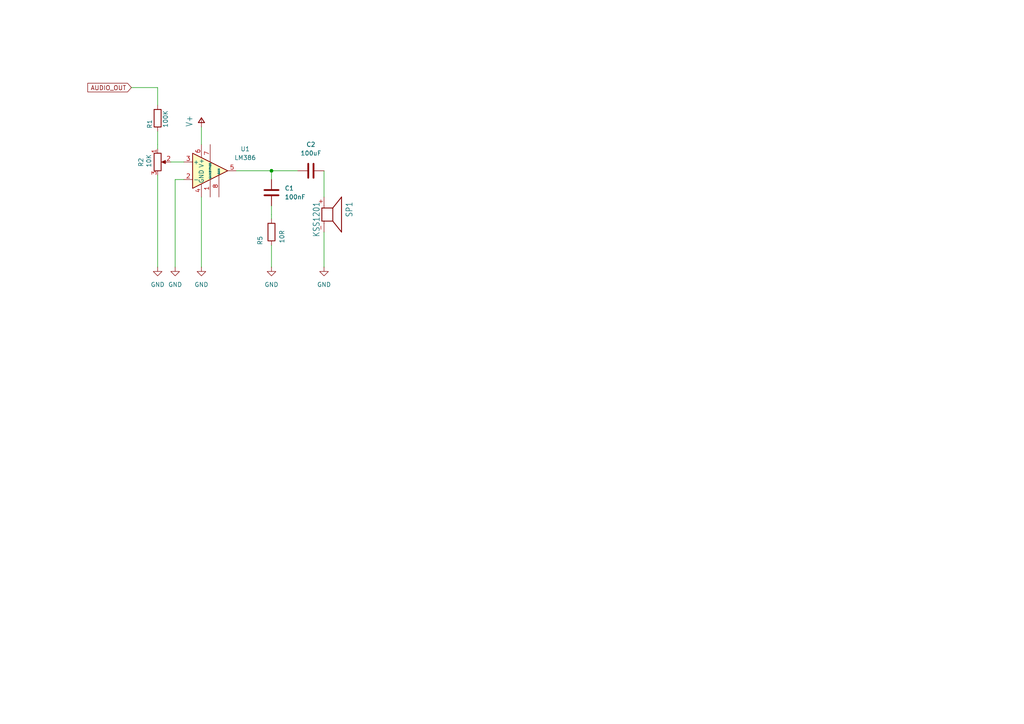
<source format=kicad_sch>
(kicad_sch
	(version 20231120)
	(generator "eeschema")
	(generator_version "8.0")
	(uuid "56bfb45e-4236-47bd-9428-412c89418368")
	(paper "A4")
	(lib_symbols
		(symbol "Amplifier_Audio:LM386"
			(pin_names
				(offset 0.127)
			)
			(exclude_from_sim no)
			(in_bom yes)
			(on_board yes)
			(property "Reference" "U"
				(at 1.27 7.62 0)
				(effects
					(font
						(size 1.27 1.27)
					)
					(justify left)
				)
			)
			(property "Value" "LM386"
				(at 1.27 5.08 0)
				(effects
					(font
						(size 1.27 1.27)
					)
					(justify left)
				)
			)
			(property "Footprint" ""
				(at 2.54 2.54 0)
				(effects
					(font
						(size 1.27 1.27)
					)
					(hide yes)
				)
			)
			(property "Datasheet" "http://www.ti.com/lit/ds/symlink/lm386.pdf"
				(at 5.08 5.08 0)
				(effects
					(font
						(size 1.27 1.27)
					)
					(hide yes)
				)
			)
			(property "Description" "Low Voltage Audio Power Amplifier, DIP-8/SOIC-8/SSOP-8"
				(at 0 0 0)
				(effects
					(font
						(size 1.27 1.27)
					)
					(hide yes)
				)
			)
			(property "ki_keywords" "single Power opamp"
				(at 0 0 0)
				(effects
					(font
						(size 1.27 1.27)
					)
					(hide yes)
				)
			)
			(property "ki_fp_filters" "SOIC*3.9x4.9mm*P1.27mm* DIP*W7.62mm* MSSOP*P0.65mm* TSSOP*3x3mm*P0.5mm*"
				(at 0 0 0)
				(effects
					(font
						(size 1.27 1.27)
					)
					(hide yes)
				)
			)
			(symbol "LM386_0_1"
				(polyline
					(pts
						(xy 5.08 0) (xy -5.08 5.08) (xy -5.08 -5.08) (xy 5.08 0)
					)
					(stroke
						(width 0.254)
						(type default)
					)
					(fill
						(type background)
					)
				)
			)
			(symbol "LM386_1_1"
				(pin input line
					(at 0 -7.62 90)
					(length 5.08)
					(name "GAIN"
						(effects
							(font
								(size 0.508 0.508)
							)
						)
					)
					(number "1"
						(effects
							(font
								(size 1.27 1.27)
							)
						)
					)
				)
				(pin input line
					(at -7.62 -2.54 0)
					(length 2.54)
					(name "-"
						(effects
							(font
								(size 1.27 1.27)
							)
						)
					)
					(number "2"
						(effects
							(font
								(size 1.27 1.27)
							)
						)
					)
				)
				(pin input line
					(at -7.62 2.54 0)
					(length 2.54)
					(name "+"
						(effects
							(font
								(size 1.27 1.27)
							)
						)
					)
					(number "3"
						(effects
							(font
								(size 1.27 1.27)
							)
						)
					)
				)
				(pin power_in line
					(at -2.54 -7.62 90)
					(length 3.81)
					(name "GND"
						(effects
							(font
								(size 1.27 1.27)
							)
						)
					)
					(number "4"
						(effects
							(font
								(size 1.27 1.27)
							)
						)
					)
				)
				(pin output line
					(at 7.62 0 180)
					(length 2.54)
					(name "~"
						(effects
							(font
								(size 1.27 1.27)
							)
						)
					)
					(number "5"
						(effects
							(font
								(size 1.27 1.27)
							)
						)
					)
				)
				(pin power_in line
					(at -2.54 7.62 270)
					(length 3.81)
					(name "V+"
						(effects
							(font
								(size 1.27 1.27)
							)
						)
					)
					(number "6"
						(effects
							(font
								(size 1.27 1.27)
							)
						)
					)
				)
				(pin input line
					(at 0 7.62 270)
					(length 5.08)
					(name "BYPASS"
						(effects
							(font
								(size 0.508 0.508)
							)
						)
					)
					(number "7"
						(effects
							(font
								(size 1.27 1.27)
							)
						)
					)
				)
				(pin input line
					(at 2.54 -7.62 90)
					(length 6.35)
					(name "GAIN"
						(effects
							(font
								(size 0.508 0.508)
							)
						)
					)
					(number "8"
						(effects
							(font
								(size 1.27 1.27)
							)
						)
					)
				)
			)
		)
		(symbol "Device:C"
			(pin_numbers hide)
			(pin_names
				(offset 0.254)
			)
			(exclude_from_sim no)
			(in_bom yes)
			(on_board yes)
			(property "Reference" "C"
				(at 0.635 2.54 0)
				(effects
					(font
						(size 1.27 1.27)
					)
					(justify left)
				)
			)
			(property "Value" "C"
				(at 0.635 -2.54 0)
				(effects
					(font
						(size 1.27 1.27)
					)
					(justify left)
				)
			)
			(property "Footprint" ""
				(at 0.9652 -3.81 0)
				(effects
					(font
						(size 1.27 1.27)
					)
					(hide yes)
				)
			)
			(property "Datasheet" "~"
				(at 0 0 0)
				(effects
					(font
						(size 1.27 1.27)
					)
					(hide yes)
				)
			)
			(property "Description" "Unpolarized capacitor"
				(at 0 0 0)
				(effects
					(font
						(size 1.27 1.27)
					)
					(hide yes)
				)
			)
			(property "ki_keywords" "cap capacitor"
				(at 0 0 0)
				(effects
					(font
						(size 1.27 1.27)
					)
					(hide yes)
				)
			)
			(property "ki_fp_filters" "C_*"
				(at 0 0 0)
				(effects
					(font
						(size 1.27 1.27)
					)
					(hide yes)
				)
			)
			(symbol "C_0_1"
				(polyline
					(pts
						(xy -2.032 -0.762) (xy 2.032 -0.762)
					)
					(stroke
						(width 0.508)
						(type default)
					)
					(fill
						(type none)
					)
				)
				(polyline
					(pts
						(xy -2.032 0.762) (xy 2.032 0.762)
					)
					(stroke
						(width 0.508)
						(type default)
					)
					(fill
						(type none)
					)
				)
			)
			(symbol "C_1_1"
				(pin passive line
					(at 0 3.81 270)
					(length 2.794)
					(name "~"
						(effects
							(font
								(size 1.27 1.27)
							)
						)
					)
					(number "1"
						(effects
							(font
								(size 1.27 1.27)
							)
						)
					)
				)
				(pin passive line
					(at 0 -3.81 90)
					(length 2.794)
					(name "~"
						(effects
							(font
								(size 1.27 1.27)
							)
						)
					)
					(number "2"
						(effects
							(font
								(size 1.27 1.27)
							)
						)
					)
				)
			)
		)
		(symbol "Device:R"
			(pin_numbers hide)
			(pin_names
				(offset 0)
			)
			(exclude_from_sim no)
			(in_bom yes)
			(on_board yes)
			(property "Reference" "R"
				(at 2.032 0 90)
				(effects
					(font
						(size 1.27 1.27)
					)
				)
			)
			(property "Value" "R"
				(at 0 0 90)
				(effects
					(font
						(size 1.27 1.27)
					)
				)
			)
			(property "Footprint" ""
				(at -1.778 0 90)
				(effects
					(font
						(size 1.27 1.27)
					)
					(hide yes)
				)
			)
			(property "Datasheet" "~"
				(at 0 0 0)
				(effects
					(font
						(size 1.27 1.27)
					)
					(hide yes)
				)
			)
			(property "Description" "Resistor"
				(at 0 0 0)
				(effects
					(font
						(size 1.27 1.27)
					)
					(hide yes)
				)
			)
			(property "ki_keywords" "R res resistor"
				(at 0 0 0)
				(effects
					(font
						(size 1.27 1.27)
					)
					(hide yes)
				)
			)
			(property "ki_fp_filters" "R_*"
				(at 0 0 0)
				(effects
					(font
						(size 1.27 1.27)
					)
					(hide yes)
				)
			)
			(symbol "R_0_1"
				(rectangle
					(start -1.016 -2.54)
					(end 1.016 2.54)
					(stroke
						(width 0.254)
						(type default)
					)
					(fill
						(type none)
					)
				)
			)
			(symbol "R_1_1"
				(pin passive line
					(at 0 3.81 270)
					(length 1.27)
					(name "~"
						(effects
							(font
								(size 1.27 1.27)
							)
						)
					)
					(number "1"
						(effects
							(font
								(size 1.27 1.27)
							)
						)
					)
				)
				(pin passive line
					(at 0 -3.81 90)
					(length 1.27)
					(name "~"
						(effects
							(font
								(size 1.27 1.27)
							)
						)
					)
					(number "2"
						(effects
							(font
								(size 1.27 1.27)
							)
						)
					)
				)
			)
		)
		(symbol "Device:R_Potentiometer"
			(pin_names
				(offset 1.016) hide)
			(exclude_from_sim no)
			(in_bom yes)
			(on_board yes)
			(property "Reference" "RV"
				(at -4.445 0 90)
				(effects
					(font
						(size 1.27 1.27)
					)
				)
			)
			(property "Value" "R_Potentiometer"
				(at -2.54 0 90)
				(effects
					(font
						(size 1.27 1.27)
					)
				)
			)
			(property "Footprint" ""
				(at 0 0 0)
				(effects
					(font
						(size 1.27 1.27)
					)
					(hide yes)
				)
			)
			(property "Datasheet" "~"
				(at 0 0 0)
				(effects
					(font
						(size 1.27 1.27)
					)
					(hide yes)
				)
			)
			(property "Description" "Potentiometer"
				(at 0 0 0)
				(effects
					(font
						(size 1.27 1.27)
					)
					(hide yes)
				)
			)
			(property "ki_keywords" "resistor variable"
				(at 0 0 0)
				(effects
					(font
						(size 1.27 1.27)
					)
					(hide yes)
				)
			)
			(property "ki_fp_filters" "Potentiometer*"
				(at 0 0 0)
				(effects
					(font
						(size 1.27 1.27)
					)
					(hide yes)
				)
			)
			(symbol "R_Potentiometer_0_1"
				(polyline
					(pts
						(xy 2.54 0) (xy 1.524 0)
					)
					(stroke
						(width 0)
						(type default)
					)
					(fill
						(type none)
					)
				)
				(polyline
					(pts
						(xy 1.143 0) (xy 2.286 0.508) (xy 2.286 -0.508) (xy 1.143 0)
					)
					(stroke
						(width 0)
						(type default)
					)
					(fill
						(type outline)
					)
				)
				(rectangle
					(start 1.016 2.54)
					(end -1.016 -2.54)
					(stroke
						(width 0.254)
						(type default)
					)
					(fill
						(type none)
					)
				)
			)
			(symbol "R_Potentiometer_1_1"
				(pin passive line
					(at 0 3.81 270)
					(length 1.27)
					(name "1"
						(effects
							(font
								(size 1.27 1.27)
							)
						)
					)
					(number "1"
						(effects
							(font
								(size 1.27 1.27)
							)
						)
					)
				)
				(pin passive line
					(at 3.81 0 180)
					(length 1.27)
					(name "2"
						(effects
							(font
								(size 1.27 1.27)
							)
						)
					)
					(number "2"
						(effects
							(font
								(size 1.27 1.27)
							)
						)
					)
				)
				(pin passive line
					(at 0 -3.81 90)
					(length 1.27)
					(name "3"
						(effects
							(font
								(size 1.27 1.27)
							)
						)
					)
					(number "3"
						(effects
							(font
								(size 1.27 1.27)
							)
						)
					)
				)
			)
		)
		(symbol "deadlock-reader-eagle-import:KSS1201"
			(exclude_from_sim no)
			(in_bom yes)
			(on_board yes)
			(property "Reference" "SP"
				(at -3.81 6.35 0)
				(effects
					(font
						(size 1.778 1.5113)
					)
					(justify left bottom)
				)
			)
			(property "Value" ""
				(at -3.81 -3.175 0)
				(effects
					(font
						(size 1.778 1.5113)
					)
					(justify left bottom)
				)
			)
			(property "Footprint" "deadlock-reader:KSS1201"
				(at 0 0 0)
				(effects
					(font
						(size 1.27 1.27)
					)
					(hide yes)
				)
			)
			(property "Datasheet" ""
				(at 0 0 0)
				(effects
					(font
						(size 1.27 1.27)
					)
					(hide yes)
				)
			)
			(property "Description" "SPEAKER\n\nSource: Schukat"
				(at 0 0 0)
				(effects
					(font
						(size 1.27 1.27)
					)
					(hide yes)
				)
			)
			(property "ki_locked" ""
				(at 0 0 0)
				(effects
					(font
						(size 1.27 1.27)
					)
				)
			)
			(symbol "KSS1201_1_0"
				(polyline
					(pts
						(xy -2.54 0) (xy -1.905 0)
					)
					(stroke
						(width 0.1524)
						(type solid)
					)
					(fill
						(type none)
					)
				)
				(polyline
					(pts
						(xy -1.905 -0.635) (xy -1.905 0)
					)
					(stroke
						(width 0.254)
						(type solid)
					)
					(fill
						(type none)
					)
				)
				(polyline
					(pts
						(xy -1.905 -0.635) (xy 1.905 -0.635)
					)
					(stroke
						(width 0.254)
						(type solid)
					)
					(fill
						(type none)
					)
				)
				(polyline
					(pts
						(xy -1.905 0) (xy -1.905 2.54)
					)
					(stroke
						(width 0.254)
						(type solid)
					)
					(fill
						(type none)
					)
				)
				(polyline
					(pts
						(xy -1.905 2.54) (xy -5.08 5.08)
					)
					(stroke
						(width 0.254)
						(type solid)
					)
					(fill
						(type none)
					)
				)
				(polyline
					(pts
						(xy 1.905 -0.635) (xy 1.905 0)
					)
					(stroke
						(width 0.254)
						(type solid)
					)
					(fill
						(type none)
					)
				)
				(polyline
					(pts
						(xy 1.905 0) (xy 1.905 2.54)
					)
					(stroke
						(width 0.254)
						(type solid)
					)
					(fill
						(type none)
					)
				)
				(polyline
					(pts
						(xy 1.905 2.54) (xy -1.905 2.54)
					)
					(stroke
						(width 0.254)
						(type solid)
					)
					(fill
						(type none)
					)
				)
				(polyline
					(pts
						(xy 1.905 2.54) (xy 5.08 5.08)
					)
					(stroke
						(width 0.254)
						(type solid)
					)
					(fill
						(type none)
					)
				)
				(polyline
					(pts
						(xy 2.54 0) (xy 1.905 0)
					)
					(stroke
						(width 0.1524)
						(type solid)
					)
					(fill
						(type none)
					)
				)
				(polyline
					(pts
						(xy 5.08 5.08) (xy -5.08 5.08)
					)
					(stroke
						(width 0.254)
						(type solid)
					)
					(fill
						(type none)
					)
				)
				(pin passive line
					(at -5.08 0 0)
					(length 2.54)
					(name "1"
						(effects
							(font
								(size 0 0)
							)
						)
					)
					(number "+"
						(effects
							(font
								(size 1.27 1.27)
							)
						)
					)
				)
				(pin passive line
					(at 5.08 0 180)
					(length 2.54)
					(name "2"
						(effects
							(font
								(size 0 0)
							)
						)
					)
					(number "-"
						(effects
							(font
								(size 1.27 1.27)
							)
						)
					)
				)
			)
		)
		(symbol "deadlock-reader-eagle-import:V+"
			(power)
			(exclude_from_sim no)
			(in_bom yes)
			(on_board yes)
			(property "Reference" "#P+"
				(at 0 0 0)
				(effects
					(font
						(size 1.27 1.27)
					)
					(hide yes)
				)
			)
			(property "Value" ""
				(at -2.54 -2.54 90)
				(effects
					(font
						(size 1.778 1.5113)
					)
					(justify left bottom)
				)
			)
			(property "Footprint" ""
				(at 0 0 0)
				(effects
					(font
						(size 1.27 1.27)
					)
					(hide yes)
				)
			)
			(property "Datasheet" ""
				(at 0 0 0)
				(effects
					(font
						(size 1.27 1.27)
					)
					(hide yes)
				)
			)
			(property "Description" "SUPPLY SYMBOL"
				(at 0 0 0)
				(effects
					(font
						(size 1.27 1.27)
					)
					(hide yes)
				)
			)
			(property "ki_locked" ""
				(at 0 0 0)
				(effects
					(font
						(size 1.27 1.27)
					)
				)
			)
			(symbol "V+_1_0"
				(polyline
					(pts
						(xy -0.889 -1.27) (xy 0.889 -1.27)
					)
					(stroke
						(width 0.254)
						(type solid)
					)
					(fill
						(type none)
					)
				)
				(polyline
					(pts
						(xy 0 0.127) (xy -0.889 -1.27)
					)
					(stroke
						(width 0.254)
						(type solid)
					)
					(fill
						(type none)
					)
				)
				(polyline
					(pts
						(xy 0.889 -1.27) (xy 0 0.127)
					)
					(stroke
						(width 0.254)
						(type solid)
					)
					(fill
						(type none)
					)
				)
				(pin power_in line
					(at 0 -2.54 90)
					(length 2.54)
					(name "V+"
						(effects
							(font
								(size 0 0)
							)
						)
					)
					(number "1"
						(effects
							(font
								(size 0 0)
							)
						)
					)
				)
			)
		)
		(symbol "power:GND"
			(power)
			(pin_numbers hide)
			(pin_names
				(offset 0) hide)
			(exclude_from_sim no)
			(in_bom yes)
			(on_board yes)
			(property "Reference" "#PWR"
				(at 0 -6.35 0)
				(effects
					(font
						(size 1.27 1.27)
					)
					(hide yes)
				)
			)
			(property "Value" "GND"
				(at 0 -3.81 0)
				(effects
					(font
						(size 1.27 1.27)
					)
				)
			)
			(property "Footprint" ""
				(at 0 0 0)
				(effects
					(font
						(size 1.27 1.27)
					)
					(hide yes)
				)
			)
			(property "Datasheet" ""
				(at 0 0 0)
				(effects
					(font
						(size 1.27 1.27)
					)
					(hide yes)
				)
			)
			(property "Description" "Power symbol creates a global label with name \"GND\" , ground"
				(at 0 0 0)
				(effects
					(font
						(size 1.27 1.27)
					)
					(hide yes)
				)
			)
			(property "ki_keywords" "global power"
				(at 0 0 0)
				(effects
					(font
						(size 1.27 1.27)
					)
					(hide yes)
				)
			)
			(symbol "GND_0_1"
				(polyline
					(pts
						(xy 0 0) (xy 0 -1.27) (xy 1.27 -1.27) (xy 0 -2.54) (xy -1.27 -1.27) (xy 0 -1.27)
					)
					(stroke
						(width 0)
						(type default)
					)
					(fill
						(type none)
					)
				)
			)
			(symbol "GND_1_1"
				(pin power_in line
					(at 0 0 270)
					(length 0)
					(name "~"
						(effects
							(font
								(size 1.27 1.27)
							)
						)
					)
					(number "1"
						(effects
							(font
								(size 1.27 1.27)
							)
						)
					)
				)
			)
		)
	)
	(junction
		(at 78.74 49.53)
		(diameter 0)
		(color 0 0 0 0)
		(uuid "eb71988b-bfdb-46d1-ba99-a416017f0e46")
	)
	(wire
		(pts
			(xy 45.72 50.8) (xy 45.72 77.47)
		)
		(stroke
			(width 0.1524)
			(type solid)
		)
		(uuid "104a9a70-8b95-49b1-bb11-78d22294317b")
	)
	(wire
		(pts
			(xy 78.74 52.07) (xy 78.74 49.53)
		)
		(stroke
			(width 0.1524)
			(type solid)
		)
		(uuid "4415b689-677a-4dbc-8d29-cbd0e4342080")
	)
	(wire
		(pts
			(xy 49.53 46.99) (xy 53.34 46.99)
		)
		(stroke
			(width 0.1524)
			(type solid)
		)
		(uuid "501b533a-d5f1-4edc-89ab-ff68356207d2")
	)
	(wire
		(pts
			(xy 58.42 36.83) (xy 58.42 41.91)
		)
		(stroke
			(width 0.1524)
			(type solid)
		)
		(uuid "56973b07-4cc7-45c1-8833-82372e0307e3")
	)
	(wire
		(pts
			(xy 53.34 52.07) (xy 50.8 52.07)
		)
		(stroke
			(width 0.1524)
			(type solid)
		)
		(uuid "7da9de0f-bcef-4c80-ba04-e1e12278ad11")
	)
	(wire
		(pts
			(xy 45.72 25.4) (xy 45.72 30.48)
		)
		(stroke
			(width 0)
			(type default)
		)
		(uuid "84a59a24-0331-48cf-bbc6-28edd889f14b")
	)
	(wire
		(pts
			(xy 78.74 49.53) (xy 86.36 49.53)
		)
		(stroke
			(width 0.1524)
			(type solid)
		)
		(uuid "8904b299-ccd1-4803-8f5d-809f98312ccd")
	)
	(wire
		(pts
			(xy 45.72 25.4) (xy 38.1 25.4)
		)
		(stroke
			(width 0)
			(type default)
		)
		(uuid "9aa0ce06-aa84-441f-99f2-8c4767dbf603")
	)
	(wire
		(pts
			(xy 78.74 62.23) (xy 78.74 63.5)
		)
		(stroke
			(width 0)
			(type default)
		)
		(uuid "b36c2b7e-d6e7-41b2-b33a-c769d53dc13e")
	)
	(wire
		(pts
			(xy 58.42 57.15) (xy 58.42 77.47)
		)
		(stroke
			(width 0.1524)
			(type solid)
		)
		(uuid "bdff6ed2-c5ae-42b7-9d3f-cc8fe47b2eff")
	)
	(wire
		(pts
			(xy 50.8 52.07) (xy 50.8 77.47)
		)
		(stroke
			(width 0.1524)
			(type solid)
		)
		(uuid "bef07fae-bcad-4479-b176-13e821c66300")
	)
	(wire
		(pts
			(xy 45.72 41.91) (xy 45.72 43.18)
		)
		(stroke
			(width 0)
			(type default)
		)
		(uuid "bfad375e-8357-4b15-8c4a-1f12cb1d1e47")
	)
	(wire
		(pts
			(xy 78.74 71.12) (xy 78.74 77.47)
		)
		(stroke
			(width 0.1524)
			(type solid)
		)
		(uuid "bfda556a-f0eb-4f6f-b609-c0aae29ebf5e")
	)
	(wire
		(pts
			(xy 93.98 49.53) (xy 93.98 57.15)
		)
		(stroke
			(width 0.1524)
			(type solid)
		)
		(uuid "c14ad41c-750c-44b2-9524-75a9f84ecb6c")
	)
	(wire
		(pts
			(xy 68.58 49.53) (xy 78.74 49.53)
		)
		(stroke
			(width 0.1524)
			(type solid)
		)
		(uuid "c4cb4c08-09be-4a72-b6a4-03d6f3b880d8")
	)
	(wire
		(pts
			(xy 93.98 67.31) (xy 93.98 77.47)
		)
		(stroke
			(width 0.1524)
			(type solid)
		)
		(uuid "d952f5c2-38ee-4430-8dc5-ac827efd3706")
	)
	(wire
		(pts
			(xy 78.74 59.69) (xy 78.74 62.23)
		)
		(stroke
			(width 0.1524)
			(type solid)
		)
		(uuid "dde47fd0-bbd2-4797-b46c-212d36d844f5")
	)
	(wire
		(pts
			(xy 45.72 38.1) (xy 45.72 41.91)
		)
		(stroke
			(width 0.1524)
			(type solid)
		)
		(uuid "ec5667fd-c10d-4875-9bb5-40b978d14aad")
	)
	(global_label "AUDIO_OUT"
		(shape input)
		(at 38.1 25.4 180)
		(fields_autoplaced yes)
		(effects
			(font
				(size 1.27 1.27)
			)
			(justify right)
		)
		(uuid "08234890-0a7e-4298-939c-efc94e24f0df")
		(property "Intersheetrefs" "${INTERSHEET_REFS}"
			(at 24.8942 25.4 0)
			(effects
				(font
					(size 1.27 1.27)
				)
				(justify right)
				(hide yes)
			)
		)
	)
	(symbol
		(lib_id "Amplifier_Audio:LM386")
		(at 60.96 49.53 0)
		(unit 1)
		(exclude_from_sim no)
		(in_bom yes)
		(on_board yes)
		(dnp no)
		(uuid "04ca6605-0e36-4159-b51b-a2f51b359945")
		(property "Reference" "U1"
			(at 71.12 43.2114 0)
			(effects
				(font
					(size 1.27 1.27)
				)
			)
		)
		(property "Value" "LM386"
			(at 71.12 45.7514 0)
			(effects
				(font
					(size 1.27 1.27)
				)
			)
		)
		(property "Footprint" ""
			(at 63.5 46.99 0)
			(effects
				(font
					(size 1.27 1.27)
				)
				(hide yes)
			)
		)
		(property "Datasheet" "http://www.ti.com/lit/ds/symlink/lm386.pdf"
			(at 66.04 44.45 0)
			(effects
				(font
					(size 1.27 1.27)
				)
				(hide yes)
			)
		)
		(property "Description" "Low Voltage Audio Power Amplifier, DIP-8/SOIC-8/SSOP-8"
			(at 60.96 49.53 0)
			(effects
				(font
					(size 1.27 1.27)
				)
				(hide yes)
			)
		)
		(pin "4"
			(uuid "d217d912-fc8e-442f-9283-0e4495841700")
		)
		(pin "3"
			(uuid "2a8111a2-37a5-4d96-aad4-d6abc7342735")
		)
		(pin "2"
			(uuid "222b3e7a-c8c7-4b77-bf2a-8aa696aad05c")
		)
		(pin "6"
			(uuid "824cea59-7a22-4aa0-b8f4-08e0664c6d72")
		)
		(pin "7"
			(uuid "22e604bf-1851-40b5-8617-4028f28a7bef")
		)
		(pin "5"
			(uuid "2ed01da1-186b-4261-a0ff-008677288c75")
		)
		(pin "8"
			(uuid "9e550bc1-44e2-4552-b952-d6605522d9ac")
		)
		(pin "1"
			(uuid "075ff68e-5e16-4d7b-968e-49390fffec4c")
		)
		(instances
			(project "audio_amplifier"
				(path "/56bfb45e-4236-47bd-9428-412c89418368"
					(reference "U1")
					(unit 1)
				)
			)
		)
	)
	(symbol
		(lib_id "deadlock-reader-eagle-import:V+")
		(at 58.42 34.29 0)
		(unit 1)
		(exclude_from_sim no)
		(in_bom yes)
		(on_board yes)
		(dnp no)
		(uuid "078a26ff-9c9a-4c39-9e6c-ad6430ffb380")
		(property "Reference" "#P+01"
			(at 58.42 34.29 0)
			(effects
				(font
					(size 1.27 1.27)
				)
				(hide yes)
			)
		)
		(property "Value" "V+"
			(at 55.88 36.83 90)
			(effects
				(font
					(size 1.778 1.5113)
				)
				(justify left bottom)
			)
		)
		(property "Footprint" ""
			(at 58.42 34.29 0)
			(effects
				(font
					(size 1.27 1.27)
				)
				(hide yes)
			)
		)
		(property "Datasheet" ""
			(at 58.42 34.29 0)
			(effects
				(font
					(size 1.27 1.27)
				)
				(hide yes)
			)
		)
		(property "Description" ""
			(at 58.42 34.29 0)
			(effects
				(font
					(size 1.27 1.27)
				)
				(hide yes)
			)
		)
		(pin "1"
			(uuid "90125772-2a62-4dcf-ad9c-c52fa0d62a81")
		)
		(instances
			(project "audio_amplifier"
				(path "/56bfb45e-4236-47bd-9428-412c89418368"
					(reference "#P+01")
					(unit 1)
				)
			)
		)
	)
	(symbol
		(lib_id "Device:R")
		(at 78.74 67.31 0)
		(unit 1)
		(exclude_from_sim no)
		(in_bom yes)
		(on_board yes)
		(dnp no)
		(uuid "17afaa77-a08c-4fdd-a69a-5233a0390afb")
		(property "Reference" "R5"
			(at 75.438 71.12 90)
			(effects
				(font
					(size 1.27 1.27)
				)
				(justify left)
			)
		)
		(property "Value" "10R"
			(at 81.788 70.612 90)
			(effects
				(font
					(size 1.27 1.27)
				)
				(justify left)
			)
		)
		(property "Footprint" ""
			(at 76.962 67.31 90)
			(effects
				(font
					(size 1.27 1.27)
				)
				(hide yes)
			)
		)
		(property "Datasheet" "~"
			(at 78.74 67.31 0)
			(effects
				(font
					(size 1.27 1.27)
				)
				(hide yes)
			)
		)
		(property "Description" "Resistor"
			(at 78.74 67.31 0)
			(effects
				(font
					(size 1.27 1.27)
				)
				(hide yes)
			)
		)
		(pin "1"
			(uuid "7c0e85bb-7ac7-47ae-aa68-297ed3e90c3e")
		)
		(pin "2"
			(uuid "efa6b514-85c2-4dcd-94be-a3d71d54aa52")
		)
		(instances
			(project "audio_amplifier"
				(path "/56bfb45e-4236-47bd-9428-412c89418368"
					(reference "R5")
					(unit 1)
				)
			)
		)
	)
	(symbol
		(lib_id "Device:C")
		(at 78.74 55.88 0)
		(unit 1)
		(exclude_from_sim no)
		(in_bom yes)
		(on_board yes)
		(dnp no)
		(fields_autoplaced yes)
		(uuid "2ec44097-ff3d-4e9c-87cd-b06c5fdae2d1")
		(property "Reference" "C1"
			(at 82.55 54.6099 0)
			(effects
				(font
					(size 1.27 1.27)
				)
				(justify left)
			)
		)
		(property "Value" "100nF"
			(at 82.55 57.1499 0)
			(effects
				(font
					(size 1.27 1.27)
				)
				(justify left)
			)
		)
		(property "Footprint" ""
			(at 79.7052 59.69 0)
			(effects
				(font
					(size 1.27 1.27)
				)
				(hide yes)
			)
		)
		(property "Datasheet" "~"
			(at 78.74 55.88 0)
			(effects
				(font
					(size 1.27 1.27)
				)
				(hide yes)
			)
		)
		(property "Description" "Unpolarized capacitor"
			(at 78.74 55.88 0)
			(effects
				(font
					(size 1.27 1.27)
				)
				(hide yes)
			)
		)
		(pin "2"
			(uuid "d70998d0-c0cf-4d1a-a66a-43e729b52fc3")
		)
		(pin "1"
			(uuid "7af02936-ede9-421e-8528-09fb262a0fe9")
		)
		(instances
			(project "audio_amplifier"
				(path "/56bfb45e-4236-47bd-9428-412c89418368"
					(reference "C1")
					(unit 1)
				)
			)
		)
	)
	(symbol
		(lib_id "power:GND")
		(at 58.42 77.47 0)
		(unit 1)
		(exclude_from_sim no)
		(in_bom yes)
		(on_board yes)
		(dnp no)
		(fields_autoplaced yes)
		(uuid "334e906d-1326-4eb0-a527-00c2a8d4a121")
		(property "Reference" "#PWR03"
			(at 58.42 83.82 0)
			(effects
				(font
					(size 1.27 1.27)
				)
				(hide yes)
			)
		)
		(property "Value" "GND"
			(at 58.42 82.55 0)
			(effects
				(font
					(size 1.27 1.27)
				)
			)
		)
		(property "Footprint" ""
			(at 58.42 77.47 0)
			(effects
				(font
					(size 1.27 1.27)
				)
				(hide yes)
			)
		)
		(property "Datasheet" ""
			(at 58.42 77.47 0)
			(effects
				(font
					(size 1.27 1.27)
				)
				(hide yes)
			)
		)
		(property "Description" "Power symbol creates a global label with name \"GND\" , ground"
			(at 58.42 77.47 0)
			(effects
				(font
					(size 1.27 1.27)
				)
				(hide yes)
			)
		)
		(pin "1"
			(uuid "18dc8833-763c-4eda-9248-682a24a6eef6")
		)
		(instances
			(project "audio_amplifier"
				(path "/56bfb45e-4236-47bd-9428-412c89418368"
					(reference "#PWR03")
					(unit 1)
				)
			)
		)
	)
	(symbol
		(lib_id "Device:C")
		(at 90.17 49.53 90)
		(unit 1)
		(exclude_from_sim no)
		(in_bom yes)
		(on_board yes)
		(dnp no)
		(fields_autoplaced yes)
		(uuid "3747d14f-fd20-4fab-b32a-7bb7f33be21c")
		(property "Reference" "C2"
			(at 90.17 41.91 90)
			(effects
				(font
					(size 1.27 1.27)
				)
			)
		)
		(property "Value" "100uF"
			(at 90.17 44.45 90)
			(effects
				(font
					(size 1.27 1.27)
				)
			)
		)
		(property "Footprint" ""
			(at 93.98 48.5648 0)
			(effects
				(font
					(size 1.27 1.27)
				)
				(hide yes)
			)
		)
		(property "Datasheet" "~"
			(at 90.17 49.53 0)
			(effects
				(font
					(size 1.27 1.27)
				)
				(hide yes)
			)
		)
		(property "Description" "Unpolarized capacitor"
			(at 90.17 49.53 0)
			(effects
				(font
					(size 1.27 1.27)
				)
				(hide yes)
			)
		)
		(pin "2"
			(uuid "0b82455f-b608-4086-8933-5c16a5191678")
		)
		(pin "1"
			(uuid "7b3ec574-9414-4fb6-95c8-f95aea957bc3")
		)
		(instances
			(project "audio_amplifier"
				(path "/56bfb45e-4236-47bd-9428-412c89418368"
					(reference "C2")
					(unit 1)
				)
			)
		)
	)
	(symbol
		(lib_id "power:GND")
		(at 45.72 77.47 0)
		(unit 1)
		(exclude_from_sim no)
		(in_bom yes)
		(on_board yes)
		(dnp no)
		(fields_autoplaced yes)
		(uuid "5842d90b-ca42-4aec-b8aa-6cecca46fdee")
		(property "Reference" "#PWR01"
			(at 45.72 83.82 0)
			(effects
				(font
					(size 1.27 1.27)
				)
				(hide yes)
			)
		)
		(property "Value" "GND"
			(at 45.72 82.55 0)
			(effects
				(font
					(size 1.27 1.27)
				)
			)
		)
		(property "Footprint" ""
			(at 45.72 77.47 0)
			(effects
				(font
					(size 1.27 1.27)
				)
				(hide yes)
			)
		)
		(property "Datasheet" ""
			(at 45.72 77.47 0)
			(effects
				(font
					(size 1.27 1.27)
				)
				(hide yes)
			)
		)
		(property "Description" "Power symbol creates a global label with name \"GND\" , ground"
			(at 45.72 77.47 0)
			(effects
				(font
					(size 1.27 1.27)
				)
				(hide yes)
			)
		)
		(pin "1"
			(uuid "45e112f1-6c3e-46e1-9d02-e765f0e53c66")
		)
		(instances
			(project "audio_amplifier"
				(path "/56bfb45e-4236-47bd-9428-412c89418368"
					(reference "#PWR01")
					(unit 1)
				)
			)
		)
	)
	(symbol
		(lib_id "power:GND")
		(at 50.8 77.47 0)
		(unit 1)
		(exclude_from_sim no)
		(in_bom yes)
		(on_board yes)
		(dnp no)
		(fields_autoplaced yes)
		(uuid "6df1afbc-c535-4b03-b56e-28c73644fd82")
		(property "Reference" "#PWR02"
			(at 50.8 83.82 0)
			(effects
				(font
					(size 1.27 1.27)
				)
				(hide yes)
			)
		)
		(property "Value" "GND"
			(at 50.8 82.55 0)
			(effects
				(font
					(size 1.27 1.27)
				)
			)
		)
		(property "Footprint" ""
			(at 50.8 77.47 0)
			(effects
				(font
					(size 1.27 1.27)
				)
				(hide yes)
			)
		)
		(property "Datasheet" ""
			(at 50.8 77.47 0)
			(effects
				(font
					(size 1.27 1.27)
				)
				(hide yes)
			)
		)
		(property "Description" "Power symbol creates a global label with name \"GND\" , ground"
			(at 50.8 77.47 0)
			(effects
				(font
					(size 1.27 1.27)
				)
				(hide yes)
			)
		)
		(pin "1"
			(uuid "dcaafffc-d30e-4168-b130-122f1fd1f7be")
		)
		(instances
			(project "audio_amplifier"
				(path "/56bfb45e-4236-47bd-9428-412c89418368"
					(reference "#PWR02")
					(unit 1)
				)
			)
		)
	)
	(symbol
		(lib_id "Device:R_Potentiometer")
		(at 45.72 46.99 0)
		(unit 1)
		(exclude_from_sim no)
		(in_bom yes)
		(on_board yes)
		(dnp no)
		(uuid "82f8b0fc-6f26-4914-aa3b-e84a7827d253")
		(property "Reference" "R2"
			(at 40.894 45.72 90)
			(effects
				(font
					(size 1.27 1.27)
				)
				(justify right)
			)
		)
		(property "Value" "10K"
			(at 43.18 44.704 90)
			(effects
				(font
					(size 1.27 1.27)
				)
				(justify right)
			)
		)
		(property "Footprint" ""
			(at 45.72 46.99 0)
			(effects
				(font
					(size 1.27 1.27)
				)
				(hide yes)
			)
		)
		(property "Datasheet" "~"
			(at 45.72 46.99 0)
			(effects
				(font
					(size 1.27 1.27)
				)
				(hide yes)
			)
		)
		(property "Description" "Potentiometer"
			(at 45.72 46.99 0)
			(effects
				(font
					(size 1.27 1.27)
				)
				(hide yes)
			)
		)
		(pin "1"
			(uuid "29b5a33e-2034-4f3b-9853-0be10672fe3e")
		)
		(pin "2"
			(uuid "6d9b51d3-024e-41a3-ac99-a1227e408bc3")
		)
		(pin "3"
			(uuid "696ad9fd-8831-4cf9-b6bd-a8232eaa1060")
		)
		(instances
			(project "audio_amplifier"
				(path "/56bfb45e-4236-47bd-9428-412c89418368"
					(reference "R2")
					(unit 1)
				)
			)
		)
	)
	(symbol
		(lib_id "power:GND")
		(at 93.98 77.47 0)
		(unit 1)
		(exclude_from_sim no)
		(in_bom yes)
		(on_board yes)
		(dnp no)
		(fields_autoplaced yes)
		(uuid "8ca410d7-bebe-4514-add1-0a0c0a5e4130")
		(property "Reference" "#PWR05"
			(at 93.98 83.82 0)
			(effects
				(font
					(size 1.27 1.27)
				)
				(hide yes)
			)
		)
		(property "Value" "GND"
			(at 93.98 82.55 0)
			(effects
				(font
					(size 1.27 1.27)
				)
			)
		)
		(property "Footprint" ""
			(at 93.98 77.47 0)
			(effects
				(font
					(size 1.27 1.27)
				)
				(hide yes)
			)
		)
		(property "Datasheet" ""
			(at 93.98 77.47 0)
			(effects
				(font
					(size 1.27 1.27)
				)
				(hide yes)
			)
		)
		(property "Description" "Power symbol creates a global label with name \"GND\" , ground"
			(at 93.98 77.47 0)
			(effects
				(font
					(size 1.27 1.27)
				)
				(hide yes)
			)
		)
		(pin "1"
			(uuid "64a93cc0-715a-4037-92ec-26565250ea7b")
		)
		(instances
			(project "audio_amplifier"
				(path "/56bfb45e-4236-47bd-9428-412c89418368"
					(reference "#PWR05")
					(unit 1)
				)
			)
		)
	)
	(symbol
		(lib_id "Device:R")
		(at 45.72 34.29 0)
		(unit 1)
		(exclude_from_sim no)
		(in_bom yes)
		(on_board yes)
		(dnp no)
		(uuid "98495195-e237-485e-b212-73bf353f4634")
		(property "Reference" "R1"
			(at 43.434 37.338 90)
			(effects
				(font
					(size 1.27 1.27)
				)
				(justify left)
			)
		)
		(property "Value" "100K"
			(at 48.006 37.084 90)
			(effects
				(font
					(size 1.27 1.27)
				)
				(justify left)
			)
		)
		(property "Footprint" ""
			(at 43.942 34.29 90)
			(effects
				(font
					(size 1.27 1.27)
				)
				(hide yes)
			)
		)
		(property "Datasheet" "~"
			(at 45.72 34.29 0)
			(effects
				(font
					(size 1.27 1.27)
				)
				(hide yes)
			)
		)
		(property "Description" "Resistor"
			(at 45.72 34.29 0)
			(effects
				(font
					(size 1.27 1.27)
				)
				(hide yes)
			)
		)
		(pin "1"
			(uuid "c3a9b88d-80fb-4259-ab9f-acb8aa14a93d")
		)
		(pin "2"
			(uuid "b184c73a-7445-4311-9739-6ccbd998cdf8")
		)
		(instances
			(project "audio_amplifier"
				(path "/56bfb45e-4236-47bd-9428-412c89418368"
					(reference "R1")
					(unit 1)
				)
			)
		)
	)
	(symbol
		(lib_id "power:GND")
		(at 78.74 77.47 0)
		(unit 1)
		(exclude_from_sim no)
		(in_bom yes)
		(on_board yes)
		(dnp no)
		(fields_autoplaced yes)
		(uuid "f0566b87-5bb2-4305-b8d5-1e7fa5493a1e")
		(property "Reference" "#PWR04"
			(at 78.74 83.82 0)
			(effects
				(font
					(size 1.27 1.27)
				)
				(hide yes)
			)
		)
		(property "Value" "GND"
			(at 78.74 82.55 0)
			(effects
				(font
					(size 1.27 1.27)
				)
			)
		)
		(property "Footprint" ""
			(at 78.74 77.47 0)
			(effects
				(font
					(size 1.27 1.27)
				)
				(hide yes)
			)
		)
		(property "Datasheet" ""
			(at 78.74 77.47 0)
			(effects
				(font
					(size 1.27 1.27)
				)
				(hide yes)
			)
		)
		(property "Description" "Power symbol creates a global label with name \"GND\" , ground"
			(at 78.74 77.47 0)
			(effects
				(font
					(size 1.27 1.27)
				)
				(hide yes)
			)
		)
		(pin "1"
			(uuid "34c19231-3523-4022-9178-591964e69140")
		)
		(instances
			(project "audio_amplifier"
				(path "/56bfb45e-4236-47bd-9428-412c89418368"
					(reference "#PWR04")
					(unit 1)
				)
			)
		)
	)
	(symbol
		(lib_id "deadlock-reader-eagle-import:KSS1201")
		(at 93.98 62.23 270)
		(unit 1)
		(exclude_from_sim no)
		(in_bom yes)
		(on_board yes)
		(dnp no)
		(uuid "f809ad9d-af05-49c8-99b7-e2a3d85f5af4")
		(property "Reference" "SP1"
			(at 100.33 58.42 0)
			(effects
				(font
					(size 1.778 1.5113)
				)
				(justify left bottom)
			)
		)
		(property "Value" "KSS1201"
			(at 90.805 58.42 0)
			(effects
				(font
					(size 1.778 1.5113)
				)
				(justify left bottom)
			)
		)
		(property "Footprint" ""
			(at 93.98 62.23 0)
			(effects
				(font
					(size 1.27 1.27)
				)
				(hide yes)
			)
		)
		(property "Datasheet" ""
			(at 93.98 62.23 0)
			(effects
				(font
					(size 1.27 1.27)
				)
				(hide yes)
			)
		)
		(property "Description" ""
			(at 93.98 62.23 0)
			(effects
				(font
					(size 1.27 1.27)
				)
				(hide yes)
			)
		)
		(pin "-"
			(uuid "118542ed-e38e-4737-b35b-47d005e1df2c")
		)
		(pin "+"
			(uuid "76de942e-5277-4e40-b91a-a47cc13fd419")
		)
		(instances
			(project "audio_amplifier"
				(path "/56bfb45e-4236-47bd-9428-412c89418368"
					(reference "SP1")
					(unit 1)
				)
			)
		)
	)
	(sheet_instances
		(path "/"
			(page "1")
		)
	)
)

</source>
